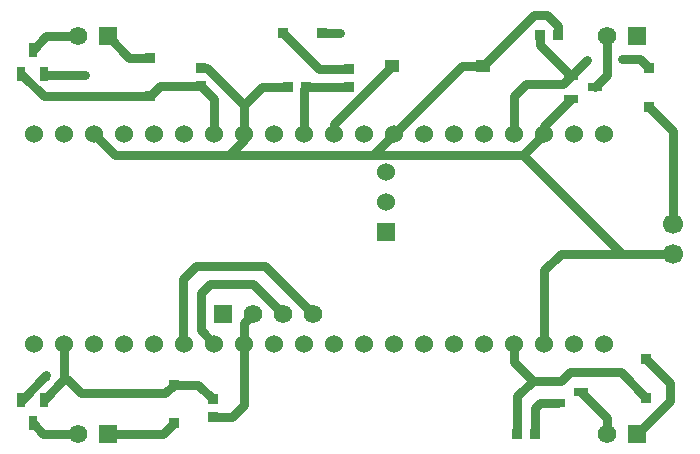
<source format=gtl>
G04 Layer: TopLayer*
G04 EasyEDA v6.5.34, 2023-08-13 08:00:09*
G04 3ef975804e8146baa9bbefacfd0b45dc,794d3a8cdbfe417db23b3599569a6dff,10*
G04 Gerber Generator version 0.2*
G04 Scale: 100 percent, Rotated: No, Reflected: No *
G04 Dimensions in millimeters *
G04 leading zeros omitted , absolute positions ,4 integer and 5 decimal *
%FSLAX45Y45*%
%MOMM*%

%AMMACRO1*21,1,$1,$2,0,0,$3*%
%ADD10C,0.8000*%
%ADD11MACRO1,0.84X0.91X90.0000*%
%ADD12R,0.9100X0.8400*%
%ADD13R,1.2500X1.0000*%
%ADD14R,1.2500X0.7000*%
%ADD15R,0.7000X1.2500*%
%ADD16MACRO1,0.864X0.8065X90.0000*%
%ADD17MACRO1,0.864X0.8065X0.0000*%
%ADD18R,0.8640X0.8065*%
%ADD19MACRO1,0.84X0.91X0.0000*%
%ADD20C,1.5240*%
%ADD21R,1.5240X1.5240*%
%ADD22C,1.7000*%
%ADD23R,1.5748X1.5748*%
%ADD24C,1.5748*%
%ADD25C,0.6200*%

%LPD*%
D10*
X4406900Y-1320800D02*
G01*
X5245100Y-2159000D01*
X5676900Y-2159000D01*
X774700Y-1143000D02*
G01*
X952500Y-1320800D01*
X1917700Y-1320800D01*
X2044700Y-1193800D01*
X2044700Y-1143000D01*
X1917700Y-1320800D02*
G01*
X3136900Y-1320800D01*
X3314700Y-1143000D01*
X3136900Y-1320800D02*
G01*
X4406900Y-1320800D01*
X4584700Y-1143000D01*
X4700600Y-3422395D02*
G01*
X4553204Y-3422395D01*
X4553204Y-3422395D02*
G01*
X4553204Y-3422395D01*
X4507636Y-3467963D01*
X4507636Y-3683000D01*
X1676400Y-585063D02*
G01*
X1728063Y-585063D01*
X2044700Y-901700D01*
X2413761Y-749300D02*
G01*
X2197100Y-749300D01*
X2044700Y-901700D01*
X2044700Y-1143000D01*
X4330700Y-2921000D02*
G01*
X4330700Y-3073907D01*
X4489195Y-3232404D01*
X4700524Y-3232404D02*
G01*
X4489195Y-3232404D01*
X4356861Y-3366262D01*
X4356861Y-3683000D01*
X2628900Y-2667000D02*
G01*
X2222500Y-2260600D01*
X1638300Y-2260600D01*
X1524000Y-2374900D01*
X1524000Y-2908300D01*
X1536700Y-2921000D01*
X2374900Y-2667000D02*
G01*
X2120900Y-2413000D01*
X1752600Y-2413000D01*
X1676400Y-2489200D01*
X1676400Y-2806700D01*
X1790700Y-2921000D01*
X4900599Y-3327400D02*
G01*
X5118100Y-3544900D01*
X5118100Y-3683000D01*
X4547463Y-304800D02*
G01*
X4547463Y-386867D01*
X4814900Y-654304D01*
X5014899Y-749300D02*
G01*
X5118100Y-646099D01*
X5118100Y-317500D01*
X4814900Y-654304D02*
G01*
X4948504Y-520700D01*
X159004Y-3392500D02*
G01*
X163499Y-3392500D01*
X368300Y-3187700D01*
X355600Y-3200400D01*
X520700Y-2921000D02*
G01*
X520700Y-3220796D01*
X348995Y-3392500D01*
X254000Y-433400D02*
G01*
X369900Y-317500D01*
X635000Y-317500D01*
X348995Y-633473D02*
G01*
X363220Y-647700D01*
X698500Y-647700D01*
X159004Y-633399D02*
G01*
X348995Y-823391D01*
X1244600Y-823391D01*
X2564536Y-749300D02*
G01*
X2552700Y-761136D01*
X2552700Y-1143000D01*
X1676400Y-735736D02*
G01*
X1790700Y-850036D01*
X1790700Y-1143000D01*
X3295497Y-571500D02*
G01*
X2806700Y-1060297D01*
X2806700Y-1143000D01*
X4814900Y-844295D02*
G01*
X4584700Y-1074496D01*
X4584700Y-1143000D01*
X5473700Y-912291D02*
G01*
X5676900Y-1115491D01*
X5676900Y-1905000D01*
X2377008Y-292100D02*
G01*
X2682671Y-597763D01*
X2933700Y-597763D01*
X1447800Y-3591991D02*
G01*
X1356791Y-3683000D01*
X889000Y-3683000D01*
X4814900Y-654304D02*
G01*
X4745304Y-723900D01*
X4432300Y-723900D01*
X4330700Y-825500D01*
X4330700Y-1143000D01*
X4070502Y-571500D02*
G01*
X3886200Y-571500D01*
X3314700Y-1143000D01*
X889000Y-317500D02*
G01*
X1068908Y-497408D01*
X1244600Y-497408D01*
X5245100Y-508000D02*
G01*
X5397500Y-508000D01*
X5473700Y-586231D01*
X254000Y-3592499D02*
G01*
X344500Y-3683000D01*
X635000Y-3683000D01*
X1447800Y-3266008D02*
G01*
X1373708Y-3340100D01*
X660400Y-3340100D01*
X541096Y-3220796D01*
X520700Y-3220796D01*
X1244600Y-823391D02*
G01*
X1332255Y-735736D01*
X1676400Y-735736D01*
X1778000Y-3391763D02*
G01*
X1652244Y-3266008D01*
X1447800Y-3266008D01*
X1778000Y-3542436D02*
G01*
X1943963Y-3542436D01*
X2044700Y-3441700D01*
X2044700Y-2921000D01*
X5448300Y-3376091D02*
G01*
X5234508Y-3162300D01*
X4800600Y-3162300D01*
X4730495Y-3232404D01*
X4700600Y-3232404D01*
X4070502Y-571500D02*
G01*
X4502302Y-139700D01*
X4610100Y-139700D01*
X4698136Y-227736D01*
X4698136Y-304800D01*
X5372100Y-3683000D02*
G01*
X5651500Y-3403600D01*
X5651500Y-3251200D01*
X5448300Y-3050031D01*
X4584700Y-2921000D02*
G01*
X4584700Y-2298700D01*
X4724400Y-2159000D01*
X5676900Y-2159000D01*
X2120900Y-2667000D02*
G01*
X2044700Y-2743200D01*
X2044700Y-2921000D01*
X2702991Y-292100D02*
G01*
X2857500Y-292100D01*
X2564638Y-749300D02*
G01*
X2933700Y-748537D01*
D11*
G01*
X2703000Y-292100D03*
D12*
G01*
X2377008Y-292100D03*
D13*
G01*
X4070502Y-571500D03*
G01*
X3295497Y-571500D03*
D14*
G01*
X4700600Y-3232404D03*
G01*
X4700600Y-3422395D03*
G01*
X4900599Y-3327400D03*
D15*
G01*
X348995Y-3392500D03*
G01*
X159004Y-3392500D03*
G01*
X254000Y-3592499D03*
G01*
X159004Y-633399D03*
G01*
X348995Y-633399D03*
G01*
X254000Y-433400D03*
D14*
G01*
X4814900Y-654304D03*
G01*
X4814900Y-844295D03*
G01*
X5014899Y-749300D03*
D16*
G01*
X4507624Y-3683000D03*
G01*
X4356975Y-3683000D03*
D17*
G01*
X1778000Y-3542424D03*
D18*
G01*
X1778000Y-3391763D03*
D17*
G01*
X1676400Y-585075D03*
D18*
G01*
X1676400Y-735736D03*
D16*
G01*
X4698124Y-304800D03*
G01*
X4547475Y-304800D03*
G01*
X2564524Y-749300D03*
G01*
X2413875Y-749300D03*
D17*
G01*
X2933700Y-597775D03*
D18*
G01*
X2933700Y-748436D03*
D19*
G01*
X5448300Y-3376100D03*
G01*
X5448300Y-3050099D03*
G01*
X1447800Y-3265999D03*
G01*
X1447800Y-3592000D03*
G01*
X1244600Y-823400D03*
G01*
X1244600Y-497399D03*
G01*
X5473700Y-586299D03*
G01*
X5473700Y-912300D03*
D20*
G01*
X5092700Y-1143000D03*
G01*
X4838700Y-1143000D03*
G01*
X4584700Y-1143000D03*
G01*
X4330700Y-1143000D03*
G01*
X4076700Y-1143000D03*
G01*
X3822700Y-1143000D03*
G01*
X3568700Y-1143000D03*
G01*
X3314700Y-1143000D03*
G01*
X3060700Y-1143000D03*
G01*
X2806700Y-1143000D03*
G01*
X2552700Y-1143000D03*
G01*
X2298700Y-1143000D03*
G01*
X2044700Y-1143000D03*
G01*
X1790700Y-1143000D03*
G01*
X1536700Y-1143000D03*
G01*
X1282700Y-1143000D03*
G01*
X1028700Y-1143000D03*
G01*
X774700Y-1143000D03*
G01*
X520700Y-1143000D03*
G01*
X266700Y-1143000D03*
G01*
X5092700Y-2921000D03*
G01*
X4838700Y-2921000D03*
G01*
X4584700Y-2921000D03*
G01*
X4330700Y-2921000D03*
G01*
X4076700Y-2921000D03*
G01*
X3822700Y-2921000D03*
G01*
X3568700Y-2921000D03*
G01*
X3314700Y-2921000D03*
G01*
X3060700Y-2921000D03*
G01*
X2806700Y-2921000D03*
G01*
X2552700Y-2921000D03*
G01*
X2298700Y-2921000D03*
G01*
X2044700Y-2921000D03*
G01*
X1790700Y-2921000D03*
G01*
X1536700Y-2921000D03*
G01*
X1282700Y-2921000D03*
G01*
X1028700Y-2921000D03*
G01*
X774700Y-2921000D03*
G01*
X520700Y-2921000D03*
G01*
X266700Y-2921000D03*
G01*
X3249701Y-1719605D03*
G01*
X3249701Y-1465605D03*
D21*
G01*
X3249701Y-1973605D03*
D22*
G01*
X5676900Y-1905000D03*
G01*
X5676900Y-2159000D03*
D23*
G01*
X1866900Y-2667000D03*
D24*
G01*
X2120900Y-2667000D03*
G01*
X2374900Y-2667000D03*
G01*
X2628900Y-2667000D03*
D23*
G01*
X5372100Y-3683000D03*
D24*
G01*
X5118100Y-3683000D03*
D23*
G01*
X889000Y-3683000D03*
D24*
G01*
X635000Y-3683000D03*
D23*
G01*
X889000Y-317500D03*
D24*
G01*
X635000Y-317500D03*
D23*
G01*
X5372100Y-317500D03*
D24*
G01*
X5118100Y-317500D03*
D25*
G01*
X4948504Y-520700D03*
G01*
X5245100Y-508000D03*
G01*
X368300Y-3187700D03*
G01*
X698500Y-647700D03*
G01*
X2857500Y-292100D03*
G01*
X4553204Y-3422395D03*
M02*

</source>
